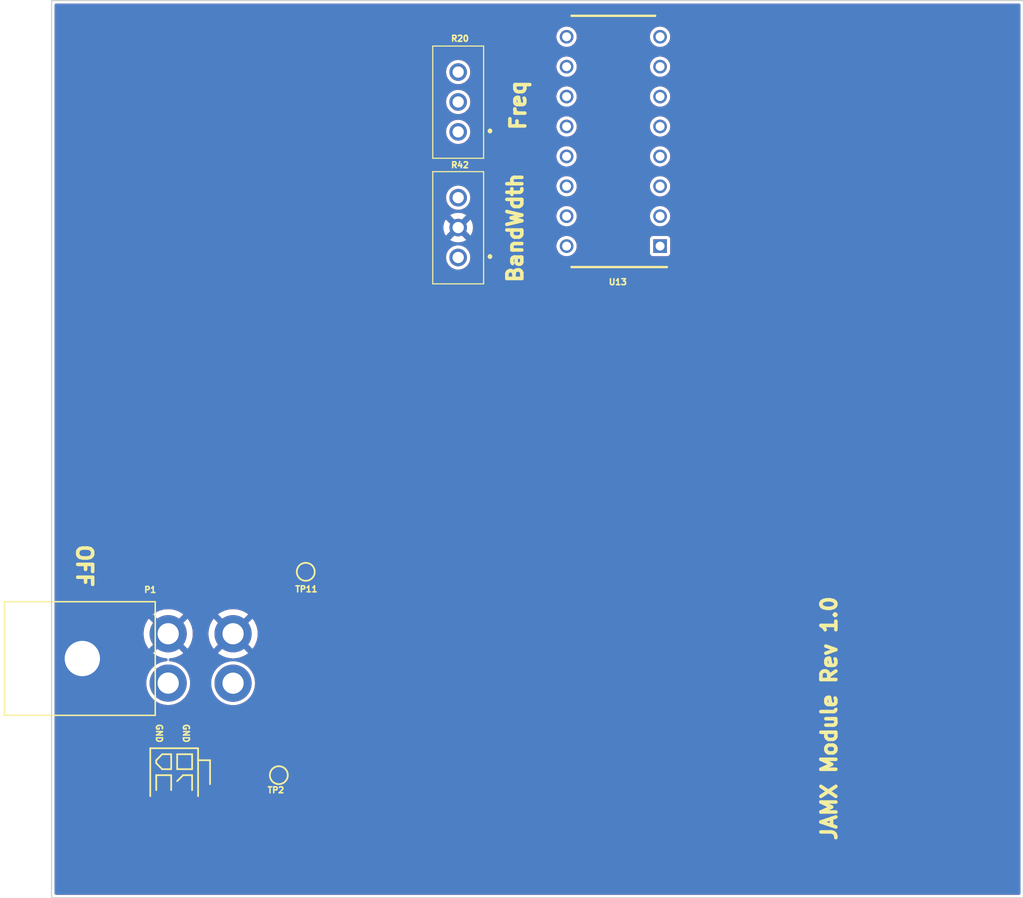
<source format=kicad_pcb>
(kicad_pcb (version 20230620) (generator pcbnew)
  (layers (0 "F.Cu" signal) (1 "In1.Cu" signal) (2 "In2.Cu" signal) (31 "B.Cu" signal) (34 "B.Paste" user) (35 "F.Paste" user) (36 "B.SilkS" user "B.Silkscreen") (37 "F.SilkS" user "F.Silkscreen") (38 "B.Mask" user) (39 "F.Mask" user) (44 "Edge.Cuts" user))
  (net 0 "")
  (net 1 "GND")
  (net 2 "Net-(P1-Pad1)")
  (net 3 "Net-(C32-Pad1)")
  (net 4 "/+Vout_WFG")
  (net 5 "Net-(R38-Pad1)")
  (net 6 "Net-(R37-Pad2)")
  (net 7 "Net-(R20-Pad2)")
  (net 8 "Net-(R42-Pad1)")
  (net 9 "Net-(C30-Pad1)")
  (net 10 "Net-(C32-Pad2)")
  (net 11 "Net-(C35-Pad2)")
  (net 12 "/+20V")
  (net 13 "Net-(R1-Pad2)")
  (net 14 "Net-(R35-Pad1)")
  (net 15 "Net-(R38-Pad2)")
  (net 16 "Net-(R47-Pad2)")
  (net 17 "Net-(R47-Pad1)")
  (net 18 "Net-(R49-Pad1)")
  (net 19 "Net-(R52-Pad1)")
  (net 20 "Net-(U13-Pad11)")
  (net 21 "Net-(U13-Pad9)")
  (net 22 "Net-(U13-Pad8)")
  (net 23 "Net-(R20-Pad3)")
  (footprint "My_SMD:TP-50" (layer "F.Cu") (at 19.304 65.786 180)
    (property "Reference" "TP2" (at 0.254 -1.27 0) (layer "F.SilkS") (effects (font (size 0.508 0.508) (thickness 0.127))))
    (property "Value" "Test_Point")
    (fp_circle (center 0 0) (end 0.762 0) (stroke (width 0.15)) (fill none) (layer "F.SilkS"))
    (pad "1" smd circle (at 0 0 180) (size 1.27 1.27) (layers "F.Cu" "F.Mask") (net 4 "/+Vout_WFG"))
  )
  (footprint "My_SMD:TP-50" (layer "F.Cu") (at 21.59 48.514)
    (property "Reference" "TP11" (at 0.0508 1.4732 0) (layer "F.SilkS") (effects (font (size 0.508 0.508) (thickness 0.127))))
    (property "Value" "Test_Point")
    (fp_circle (center 0 0) (end 0.762 0) (stroke (width 0.15)) (fill none) (layer "F.SilkS"))
    (pad "1" smd circle (at 0 0) (size 1.27 1.27) (layers "F.Cu" "F.Mask") (net 4 "/+Vout_WFG"))
  )
  (footprint "SamacSys_Parts:DIP794W56P254L2013H533Q16N" (layer "F.Cu") (at 47.7139 11.962 180)
    (property "Reference" "U13" (at -0.381 -11.938 180) (layer "F.SilkS") (effects (font (size 0.508 0.508) (thickness 0.127))))
    (property "Value" "XR2206CP-F" hide)
    (fp_line (start -3.555 10.67) (end 3.555 10.67) (stroke (width 0.2)) (layer "F.SilkS"))
    (fp_line (start -4.55 -10.67) (end 3.555 -10.67) (stroke (width 0.2)) (layer "F.SilkS"))
    (pad "1" thru_hole rect (at -3.97 -8.89 180) (size 1.16 1.16) (drill 0.76) (layers "*.Cu" "*.Mask") (net 14 "Net-(R35-Pad1)"))
    (pad "2" thru_hole circle (at -3.97 -6.35 180) (size 1.16 1.16) (drill 0.76) (layers "*.Cu" "*.Mask") (net 6 "Net-(R37-Pad2)"))
    (pad "3" thru_hole circle (at -3.97 -3.81 180) (size 1.16 1.16) (drill 0.76) (layers "*.Cu" "*.Mask") (net 13 "Net-(R1-Pad2)"))
    (pad "4" thru_hole circle (at -3.97 -1.27 180) (size 1.16 1.16) (drill 0.76) (layers "*.Cu" "*.Mask") (net 4 "/+Vout_WFG"))
    (pad "5" thru_hole circle (at -3.97 1.27 180) (size 1.16 1.16) (drill 0.76) (layers "*.Cu" "*.Mask") (net 3 "Net-(C32-Pad1)"))
    (pad "6" thru_hole circle (at -3.97 3.81 180) (size 1.16 1.16) (drill 0.76) (layers "*.Cu" "*.Mask") (net 10 "Net-(C32-Pad2)"))
    (pad "7" thru_hole circle (at -3.97 6.35 180) (size 1.16 1.16) (drill 0.76) (layers "*.Cu" "*.Mask") (net 19 "Net-(R52-Pad1)"))
    (pad "8" thru_hole circle (at -3.97 8.89 180) (size 1.16 1.16) (drill 0.76) (layers "*.Cu" "*.Mask") (net 22 "Net-(U13-Pad8)"))
    (pad "9" thru_hole circle (at 3.97 8.89 180) (size 1.16 1.16) (drill 0.76) (layers "*.Cu" "*.Mask") (net 21 "Net-(U13-Pad9)"))
    (pad "10" thru_hole circle (at 3.97 6.35 180) (size 1.16 1.16) (drill 0.76) (layers "*.Cu" "*.Mask") (net 11 "Net-(C35-Pad2)"))
    (pad "11" thru_hole circle (at 3.97 3.81 180) (size 1.16 1.16) (drill 0.76) (layers "*.Cu" "*.Mask") (net 20 "Net-(U13-Pad11)"))
    (pad "12" thru_hole circle (at 3.97 1.27 180) (size 1.16 1.16) (drill 0.76) (layers "*.Cu" "*.Mask") (net 18 "Net-(R49-Pad1)"))
    (pad "13" thru_hole circle (at 3.97 -1.27 180) (size 1.16 1.16) (drill 0.76) (layers "*.Cu" "*.Mask") (net 17 "Net-(R47-Pad1)"))
    (pad "14" thru_hole circle (at 3.97 -3.81 180) (size 1.16 1.16) (drill 0.76) (layers "*.Cu" "*.Mask") (net 16 "Net-(R47-Pad2)"))
    (pad "15" thru_hole circle (at 3.97 -6.35 180) (size 1.16 1.16) (drill 0.76) (layers "*.Cu" "*.Mask") (net 5 "Net-(R38-Pad1)"))
    (pad "16" thru_hole circle (at 3.97 -8.89 180) (size 1.16 1.16) (drill 0.76) (layers "*.Cu" "*.Mask") (net 15 "Net-(R38-Pad2)"))
  )
  (footprint "SamacSys_Parts:Y006910K0000J0L" (layer "F.Cu") (at 34.535369 11.1506 90)
    (property "Reference" "R20" (at 7.9248 0.1524 180) (layer "F.SilkS") (effects (font (size 0.508 0.508) (thickness 0.127))))
    (property "Value" "10K" hide)
    (fp_line (start 7.29 -2.16) (end 7.29 2.16) (stroke (width 0.1)) (layer "F.SilkS"))
    (fp_line (start -2.24 -2.16) (end 7.29 -2.16) (stroke (width 0.1)) (layer "F.SilkS"))
    (fp_line (start 7.29 2.16) (end -2.24 2.16) (stroke (width 0.1)) (layer "F.SilkS"))
    (fp_line (start -2.24 2.16) (end -2.24 -2.16) (stroke (width 0.1)) (layer "F.SilkS"))
    (fp_line (start 0.18 2.7) (end 0.18 2.7) (stroke (width 0.2)) (layer "F.SilkS"))
    (fp_line (start -0.02 2.7) (end -0.02 2.7) (stroke (width 0.2)) (layer "F.SilkS"))
    (fp_arc (start 0.18 2.7) (mid 0.08 2.8) (end -0.02 2.7) (stroke (width 0.2)) (layer "F.SilkS"))
    (fp_arc (start -0.02 2.7) (mid 0.08 2.6) (end 0.18 2.7) (stroke (width 0.2)) (layer "F.SilkS"))
    (pad "1" thru_hole circle (at 0 0 90) (size 1.493 1.493) (drill 0.96) (layers "*.Cu" "*.Mask") (net 4 "/+Vout_WFG"))
    (pad "2" thru_hole circle (at 5.08 0 90) (size 1.493 1.493) (drill 0.96) (layers "*.Cu" "*.Mask") (net 7 "Net-(R20-Pad2)"))
    (pad "3" thru_hole circle (at 2.54 0 90) (size 1.493 1.493) (drill 0.96) (layers "*.Cu" "*.Mask") (net 23 "Net-(R20-Pad3)"))
  )
  (footprint "SamacSys_Parts:Y006910K0000J0L" (layer "F.Cu") (at 34.535369 21.8186 90)
    (property "Reference" "R42" (at 7.8486 0.1524 0) (layer "F.SilkS") (effects (font (size 0.508 0.508) (thickness 0.127))))
    (property "Value" "10K" hide)
    (fp_line (start 7.29 -2.16) (end 7.29 2.16) (stroke (width 0.1)) (layer "F.SilkS"))
    (fp_line (start -2.24 -2.16) (end 7.29 -2.16) (stroke (width 0.1)) (layer "F.SilkS"))
    (fp_line (start 7.29 2.16) (end -2.24 2.16) (stroke (width 0.1)) (layer "F.SilkS"))
    (fp_line (start -2.24 2.16) (end -2.24 -2.16) (stroke (width 0.1)) (layer "F.SilkS"))
    (fp_line (start 0.18 2.7) (end 0.18 2.7) (stroke (width 0.2)) (layer "F.SilkS"))
    (fp_line (start -0.02 2.7) (end -0.02 2.7) (stroke (width 0.2)) (layer "F.SilkS"))
    (fp_arc (start 0.18 2.7) (mid 0.08 2.8) (end -0.02 2.7) (stroke (width 0.2)) (layer "F.SilkS"))
    (fp_arc (start -0.02 2.7) (mid 0.08 2.6) (end 0.18 2.7) (stroke (width 0.2)) (layer "F.SilkS"))
    (pad "1" thru_hole circle (at 0 0 90) (size 1.493 1.493) (drill 0.96) (layers "*.Cu" "*.Mask") (net 8 "Net-(R42-Pad1)"))
    (pad "2" thru_hole circle (at 5.08 0 90) (size 1.493 1.493) (drill 0.96) (layers "*.Cu" "*.Mask") (net 9 "Net-(C30-Pad1)"))
    (pad "3" thru_hole circle (at 2.54 0 90) (size 1.493 1.493) (drill 0.96) (layers "*.Cu" "*.Mask") (net 1 "GND"))
  )
  (footprint "My_Conn:Molex_1724480004" (layer "F.Cu") (at 9.906 55.88 -90)
    (property "Reference" "P1" (at -5.842 1.524 180) (layer "F.SilkS") (effects (font (size 0.508 0.508) (thickness 0.127))))
    (property "Value" "1724480004" hide)
    (fp_line (start 4.826 13.9) (end -4.826 13.9) (stroke (width 0.127)) (layer "F.SilkS"))
    (fp_line (start -4.826 1.1) (end -4.826 13.9) (stroke (width 0.127)) (layer "F.SilkS"))
    (fp_line (start -4.826 1.1) (end 4.826 1.1) (stroke (width 0.127)) (layer "F.SilkS"))
    (fp_line (start 4.826 1.1) (end 4.826 13.9) (stroke (width 0.127)) (layer "F.SilkS"))
    (pad "" np_thru_hole circle (at 0 7.2898 270) (size 2.999999 2.999999) (drill 2.999999) (layers "*.Cu" "*.Mask"))
    (pad "1" thru_hole circle (at 2.0865 0 270) (size 3.159999 3.159999) (drill 1.8) (layers "*.Cu" "*.Mask") (net 2 "Net-(P1-Pad1)"))
    (pad "2" thru_hole circle (at -2.1045 0 270) (size 3.16 3.16) (drill 1.8) (layers "*.Cu" "*.Mask") (net 1 "GND"))
    (pad "3" thru_hole circle (at 2.0955 -5.5118 270) (size 3.159999 3.159999) (drill 1.8) (layers "*.Cu" "*.Mask") (net 12 "/+20V"))
    (pad "4" thru_hole circle (at -2.1045 -5.5118 270) (size 3.159999 3.159999) (drill 1.8) (layers "*.Cu" "*.Mask") (net 1 "GND"))
  )
  (gr_line (start 9.398 65.278) (end 10.16 65.278) (stroke (width 0.15)) (layer "F.SilkS"))
  (gr_line (start 11.938 64.008) (end 10.668 64.008) (stroke (width 0.15)) (layer "F.SilkS"))
  (gr_line (start 11.938 65.786) (end 11.176 65.786) (stroke (width 0.15)) (layer "F.SilkS"))
  (gr_line (start 10.668 64.008) (end 10.668 65.278) (stroke (width 0.15)) (layer "F.SilkS"))
  (gr_line (start 10.16 67.056) (end 10.16 65.786) (stroke (width 0.15)) (layer "F.SilkS"))
  (gr_line (start 8.89 65.786) (end 8.89 67.056) (stroke (width 0.15)) (layer "F.SilkS"))
  (gr_line (start 12.446 64.516) (end 13.462 64.516) (stroke (width 0.15)) (layer "F.SilkS"))
  (gr_line (start 8.89 64.77) (end 9.398 65.278) (stroke (width 0.15)) (layer "F.SilkS"))
  (gr_line (start 13.462 64.516) (end 13.462 66.548) (stroke (width 0.15)) (layer "F.SilkS"))
  (gr_line (start 10.16 65.278) (end 10.16 64.008) (stroke (width 0.15)) (layer "F.SilkS"))
  (gr_line (start 10.668 65.278) (end 11.938 65.278) (stroke (width 0.15)) (layer "F.SilkS"))
  (gr_line (start 9.398 64.008) (end 8.89 64.516) (stroke (width 0.15)) (layer "F.SilkS"))
  (gr_line (start 11.938 65.278) (end 11.938 64.008) (stroke (width 0.15)) (layer "F.SilkS"))
  (gr_line (start 10.16 65.786) (end 8.89 65.786) (stroke (width 0.15)) (layer "F.SilkS"))
  (gr_line (start 11.938 67.056) (end 11.938 65.786) (stroke (width 0.15)) (layer "F.SilkS"))
  (gr_line (start 8.89 64.516) (end 8.89 64.77) (stroke (width 0.15)) (layer "F.SilkS"))
  (gr_line (start 12.446 63.5) (end 8.382 63.5) (stroke (width 0.15)) (layer "F.SilkS"))
  (gr_line (start 10.16 64.008) (end 9.398 64.008) (stroke (width 0.15)) (layer "F.SilkS"))
  (gr_line (start 8.382 63.5) (end 8.382 67.564) (stroke (width 0.15)) (layer "F.SilkS"))
  (gr_line (start 11.176 65.786) (end 10.668 66.294) (stroke (width 0.15)) (layer "F.SilkS"))
  (gr_line (start 12.446 67.564) (end 12.446 63.5) (stroke (width 0.15)) (layer "F.SilkS"))
  (gr_line (start 82.55 76.2) (end 82.55 0) (stroke (width 0.1)) (layer "Edge.Cuts"))
  (gr_line (start 0 76.2) (end 82.55 76.2) (stroke (width 0.1)) (layer "Edge.Cuts"))
  (gr_line (start 82.55 0) (end 0 0) (stroke (width 0.1)) (layer "Edge.Cuts"))
  (gr_line (start 0 0) (end 0 76.2) (stroke (width 0.1)) (layer "Edge.Cuts"))
  (gr_text "OFF" (at 2.794 48.006 270) (layer "F.SilkS") (effects (font (size 1.27 1.27) (thickness 0.3048))))
  (gr_text "BandWdth" (at 39.37 19.304 90) (layer "F.SilkS") (effects (font (size 1.27 1.27) (thickness 0.3048))))
  (gr_text "JAMX Module Rev 1.0" (at 66.04 60.96 90) (layer "F.SilkS") (effects (font (size 1.27 1.27) (thickness 0.3048))))
  (gr_text "GND\n" (at 11.43 62.23 270) (layer "F.SilkS") (effects (font (size 0.508 0.508) (thickness 0.127))))
  (gr_text "GND\n" (at 9.144 62.23 270) (layer "F.SilkS") (effects (font (size 0.508 0.508) (thickness 0.127))))
  (gr_text "Freq" (at 39.624 8.89 90) (layer "F.SilkS") (effects (font (size 1.27 1.27) (thickness 0.3048))))
  (zone (net 1) (net_name "GND") (layer "F.Cu") (connect_pads (clearance 0.2794)) (min_thickness 0.254) (fill yes (thermal_gap 0.508) (thermal_bridge_width 0.508))
    (polygon (pts (xy 82.55 76.2) (xy 0 76.2) (xy 0 0) (xy 82.55 0)))
  )
  (zone (net 1) (net_name "GND") (layer "B.Cu") (connect_pads (clearance 0.2794)) (min_thickness 0.254) (fill yes (thermal_gap 0.508) (thermal_bridge_width 0.508))
    (polygon (pts (xy 82.55 76.2) (xy 0 76.2) (xy 0 0) (xy 82.55 0)))
  )
)
</source>
